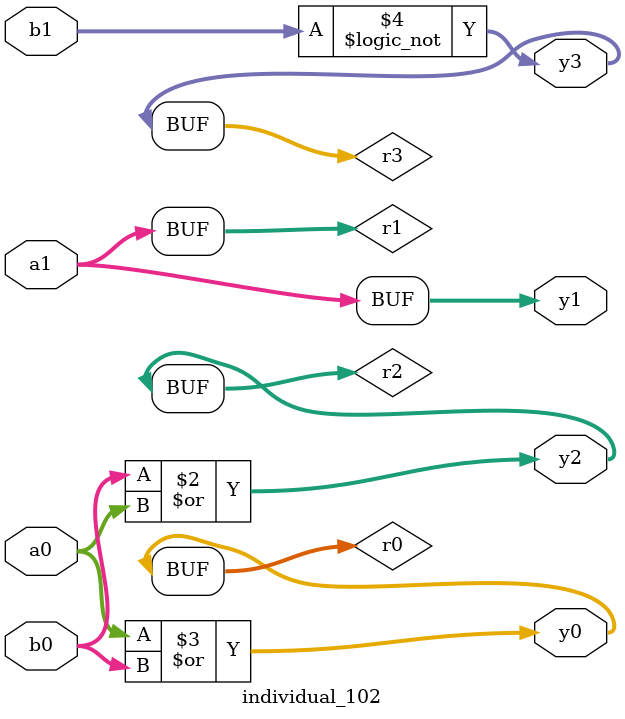
<source format=sv>
module individual_102(input logic [15:0] a1, input logic [15:0] a0, input logic [15:0] b1, input logic [15:0] b0, output logic [15:0] y3, output logic [15:0] y2, output logic [15:0] y1, output logic [15:0] y0);
logic [15:0] r0, r1, r2, r3; 
 always@(*) begin 
	 r0 = a0; r1 = a1; r2 = b0; r3 = b1; 
 	 r2  |=  a0 ;
 	 r0  |=  b0 ;
 	 r3 = ! r3 ;
 	 y3 = r3; y2 = r2; y1 = r1; y0 = r0; 
end
endmodule
</source>
